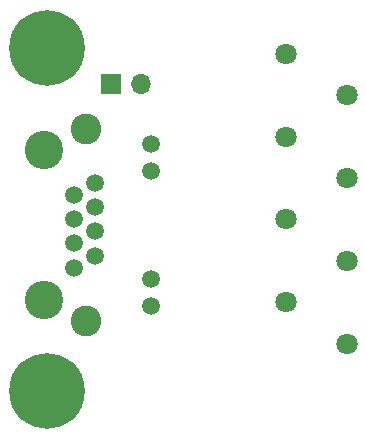
<source format=gbs>
G04 #@! TF.GenerationSoftware,KiCad,Pcbnew,8.0.5*
G04 #@! TF.CreationDate,2024-09-25T12:16:00+03:00*
G04 #@! TF.ProjectId,rj45-screw-terminals,726a3435-2d73-4637-9265-772d7465726d,rev?*
G04 #@! TF.SameCoordinates,Original*
G04 #@! TF.FileFunction,Soldermask,Bot*
G04 #@! TF.FilePolarity,Negative*
%FSLAX46Y46*%
G04 Gerber Fmt 4.6, Leading zero omitted, Abs format (unit mm)*
G04 Created by KiCad (PCBNEW 8.0.5) date 2024-09-25 12:16:00*
%MOMM*%
%LPD*%
G01*
G04 APERTURE LIST*
%ADD10C,3.250000*%
%ADD11C,1.500000*%
%ADD12C,2.600000*%
%ADD13C,0.800000*%
%ADD14C,6.400000*%
%ADD15R,1.700000X1.700000*%
%ADD16O,1.700000X1.700000*%
%ADD17C,1.800000*%
G04 APERTURE END LIST*
D10*
G04 #@! TO.C,J1*
X71750000Y-101650000D03*
X71750000Y-114350000D03*
D11*
X74290000Y-111570000D03*
X76070000Y-110550000D03*
X74290000Y-109530000D03*
X76070000Y-108510000D03*
X74290000Y-107490000D03*
X76070000Y-106470000D03*
X74290000Y-105450000D03*
X76070000Y-104430000D03*
X80880000Y-114860000D03*
X80880000Y-112570000D03*
X80880000Y-103430000D03*
X80880000Y-101140000D03*
D12*
X75310000Y-99870000D03*
X75310000Y-116130000D03*
G04 #@! TD*
D13*
G04 #@! TO.C,H4*
X69600000Y-93000000D03*
X70302944Y-91302944D03*
X70302944Y-94697056D03*
X72000000Y-90600000D03*
D14*
X72000000Y-93000000D03*
D13*
X72000000Y-95400000D03*
X73697056Y-91302944D03*
X73697056Y-94697056D03*
X74400000Y-93000000D03*
G04 #@! TD*
D15*
G04 #@! TO.C,J2*
X77460000Y-96000000D03*
D16*
X80000000Y-96000000D03*
G04 #@! TD*
D17*
G04 #@! TO.C,J3*
X97400000Y-118000000D03*
X92300000Y-114500000D03*
X97400000Y-111000000D03*
X92300000Y-107500000D03*
X97400000Y-104000000D03*
X92300000Y-100500000D03*
X97400000Y-97000000D03*
X92300000Y-93500000D03*
G04 #@! TD*
D13*
G04 #@! TO.C,H3*
X69600000Y-122000000D03*
X70302944Y-120302944D03*
X70302944Y-123697056D03*
X72000000Y-119600000D03*
D14*
X72000000Y-122000000D03*
D13*
X72000000Y-124400000D03*
X73697056Y-120302944D03*
X73697056Y-123697056D03*
X74400000Y-122000000D03*
G04 #@! TD*
M02*

</source>
